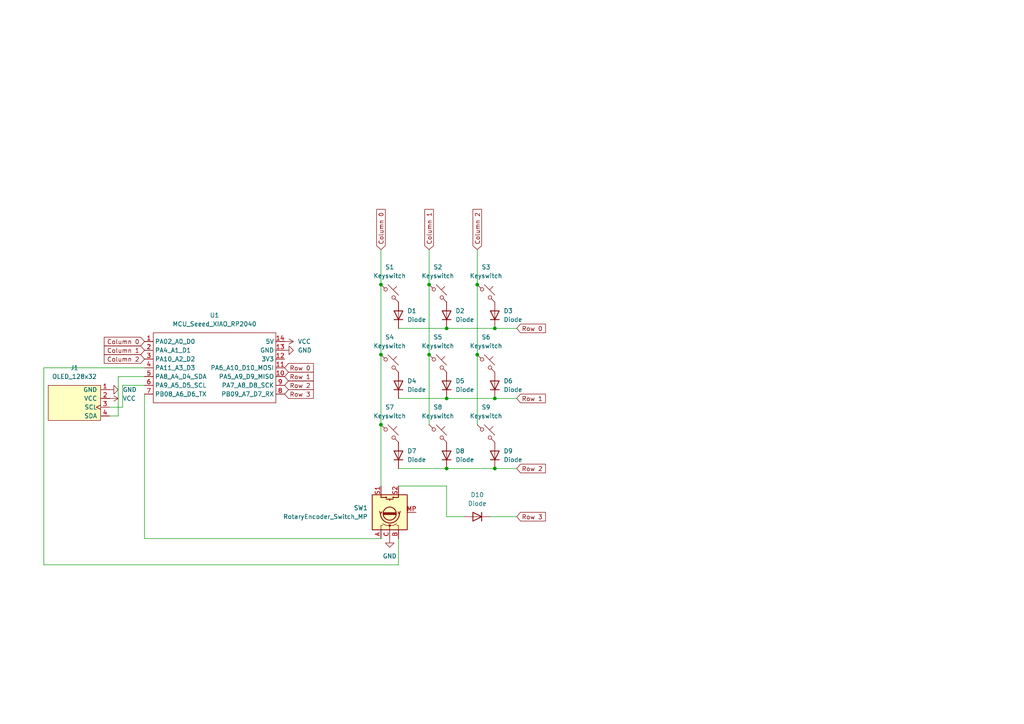
<source format=kicad_sch>
(kicad_sch (version 20250114) (generator "eeschema") (generator_version "9.0")
  (paper "A4")
  (lib_symbols
    (symbol "Device:RotaryEncoder_Switch_MP" (pin_names (offset 0.254) (hide yes))
      (property "Reference" "SW" (at 0 8.89 0))
      (property "Value" "RotaryEncoder_Switch_MP" (at 0 6.35 0))
      (symbol "RotaryEncoder_Switch_MP_0_1"
        (rectangle (start -5.08 5.08) (end 5.08 -5.08) (stroke (width 0.254)) (fill (type background)))
        (polyline (pts (xy -5.08 2.54) (xy -3.81 2.54) (xy -3.81 2.032)))
        (polyline (pts (xy -5.08 0) (xy -3.81 0) (xy -3.81 -1.016) (xy -3.302 -2.032)))
        (polyline (pts (xy -5.08 -2.54) (xy -3.81 -2.54) (xy -3.81 -2.032)))
        (polyline (pts (xy -4.318 0) (xy -3.81 0) (xy -3.81 1.016) (xy -3.302 2.032)))
        (circle (center -3.81 0) (radius 0.254) (fill (type outline)))
        (polyline (pts (xy -0.635 -1.778) (xy -0.635 1.778)) (stroke (width 0.254)))
        (circle (center -0.381 0) (radius 1.905) (stroke (width 0.254)))
        (polyline (pts (xy -0.381 -1.778) (xy -0.381 1.778)) (stroke (width 0.254)))
        (arc (start -0.381 -2.794) (mid -3.0988 -0.0635) (end -0.381 2.667) (stroke (width 0.254)))
        (polyline (pts (xy -0.127 1.778) (xy -0.127 -1.778)) (stroke (width 0.254)))
        (polyline (pts (xy 0.254 2.921) (xy -0.508 2.667) (xy 0.127 2.286)) (stroke (width 0.254)))
        (polyline (pts (xy 0.254 -3.048) (xy -0.508 -2.794) (xy 0.127 -2.413)) (stroke (width 0.254)))
        (polyline (pts (xy 3.81 1.016) (xy 3.81 -1.016)) (stroke (width 0.254)))
        (polyline (pts (xy 3.81 0) (xy 3.429 0)) (stroke (width 0.254)))
        (circle (center 4.318 1.016) (radius 0.127) (stroke (width 0.254)))
        (circle (center 4.318 -1.016) (radius 0.127) (stroke (width 0.254)))
        (polyline (pts (xy 5.08 2.54) (xy 4.318 2.54) (xy 4.318 1.016)) (stroke (width 0.254)))
        (polyline (pts (xy 5.08 -2.54) (xy 4.318 -2.54) (xy 4.318 -1.016)) (stroke (width 0.254)))
      )
      (symbol "RotaryEncoder_Switch_MP_1_1"
        (pin passive line (at -7.62 2.54 0) (length 2.54) (name "A") (number "A"))
        (pin passive line (at -7.62 0 0) (length 2.54) (name "C") (number "C"))
        (pin passive line (at -7.62 -2.54 0) (length 2.54) (name "B") (number "B"))
        (pin passive line (at 0 -7.62 90) (length 2.54) (name "MP") (number "MP"))
        (pin passive line (at 7.62 2.54 180) (length 2.54) (name "S1") (number "S1"))
        (pin passive line (at 7.62 -2.54 180) (length 2.54) (name "S2") (number "S2"))
      )
    )
    (symbol "ScottoKeebs:MCU_Seeed_XIAO_RP2040"
      (property "Reference" "U" (at -16.51 11.43 0))
      (property "Value" "MCU_Seeed_XIAO_RP2040" (at -3.81 -11.43 0))
      (symbol "MCU_Seeed_XIAO_RP2040_0_1"
        (rectangle (start -16.51 10.16) (end 19.05 -10.16))
      )
      (symbol "MCU_Seeed_XIAO_RP2040_1_1"
        (pin passive line (at -19.05 7.62 0) (length 2.54) (name "PA02_A0_D0") (number "1"))
        (pin passive line (at -19.05 5.08 0) (length 2.54) (name "PA4_A1_D1") (number "2"))
        (pin passive line (at -19.05 2.54 0) (length 2.54) (name "PA10_A2_D2") (number "3"))
        (pin passive line (at -19.05 0 0) (length 2.54) (name "PA11_A3_D3") (number "4"))
        (pin passive line (at -19.05 -2.54 0) (length 2.54) (name "PA8_A4_D4_SDA") (number "5"))
        (pin passive line (at -19.05 -5.08 0) (length 2.54) (name "PA9_A5_D5_SCL") (number "6"))
        (pin passive line (at -19.05 -7.62 0) (length 2.54) (name "PB08_A6_D6_TX") (number "7"))
        (pin passive line (at 21.59 7.62 180) (length 2.54) (name "5V") (number "14"))
        (pin passive line (at 21.59 5.08 180) (length 2.54) (name "GND") (number "13"))
        (pin passive line (at 21.59 2.54 180) (length 2.54) (name "3V3") (number "12"))
        (pin passive line (at 21.59 0 180) (length 2.54) (name "PA6_A10_D10_MOSI") (number "11"))
        (pin passive line (at 21.59 -2.54 180) (length 2.54) (name "PA5_A9_D9_MISO") (number "10"))
        (pin passive line (at 21.59 -5.08 180) (length 2.54) (name "PA7_A8_D8_SCK") (number "9"))
        (pin passive line (at 21.59 -7.62 180) (length 2.54) (name "PB09_A7_D7_RX") (number "8"))
      )
    )
    (symbol "ScottoKeebs:OLED_128x32" (pin_names (offset 1.016))
      (property "Reference" "J" (at 0 -6.35 0))
      (property "Value" "OLED_128x32" (at 0 6.35 0))
      (symbol "OLED_128x32_0_1"
        (rectangle (start 0 5.08) (end 15.24 -5.08) (fill (type background)))
      )
      (symbol "OLED_128x32_1_1"
        (pin bidirectional line (at -2.54 3.81 0) (length 2.54) (name "SDA") (number "4"))
        (pin input clock (at -2.54 1.27 0) (length 2.54) (name "SCL") (number "3"))
        (pin power_in line (at -2.54 -1.27 0) (length 2.54) (name "VCC") (number "2"))
        (pin power_in line (at -2.54 -3.81 0) (length 2.54) (name "GND") (number "1"))
      )
    )
    (symbol "ScottoKeebs:Placeholder_Diode" (pin_numbers (hide yes)) (pin_names (hide yes))
      (property "Reference" "D" (at 0 2.54 0))
      (property "Value" "Diode" (at 0 -2.54 0))
      (symbol "Placeholder_Diode_0_1"
        (polyline (pts (xy -1.27 1.27) (xy -1.27 -1.27)) (stroke (width 0.254)))
        (polyline (pts (xy 1.27 1.27) (xy 1.27 -1.27) (xy -1.27 0) (xy 1.27 1.27)) (stroke (width 0.254)))
        (polyline (pts (xy 1.27 0) (xy -1.27 0)))
      )
      (symbol "Placeholder_Diode_1_1"
        (pin passive line (at -3.81 0 0) (length 2.54) (name "K") (number "1"))
        (pin passive line (at 3.81 0 180) (length 2.54) (name "A") (number "2"))
      )
    )
    (symbol "ScottoKeebs:Placeholder_Keyswitch" (pin_numbers (hide yes)) (pin_names (offset 1.016) (hide yes))
      (property "Reference" "S" (at 3.048 1.016 0))
      (property "Value" "Keyswitch" (at 0 -3.81 0))
      (symbol "Placeholder_Keyswitch_0_1"
        (polyline (pts (xy -2.54 2.54) (xy -1.524 1.524) (xy -1.524 1.524)))
        (circle (center -1.1684 1.1684) (radius 0.508))
        (polyline (pts (xy -0.508 2.54) (xy 2.54 -0.508)))
        (polyline (pts (xy 1.016 1.016) (xy 2.032 2.032)))
        (circle (center 1.143 -1.1938) (radius 0.508))
        (polyline (pts (xy 1.524 -1.524) (xy 2.54 -2.54) (xy 2.54 -2.54) (xy 2.54 -2.54)))
        (pin passive line (at -2.54 2.54 0) (length 0) (name "1") (number "1"))
        (pin passive line (at 2.54 -2.54 180) (length 0) (name "2") (number "2"))
      )
    )
    (symbol "power:GND" (power) (pin_numbers (hide yes)) (pin_names (offset 0) (hide yes))
      (property "Value" "GND" (at 0 -3.81 0))
      (symbol "GND_0_1"
        (polyline (pts (xy 0 0) (xy 0 -1.27) (xy 1.27 -1.27) (xy 0 -2.54) (xy -1.27 -1.27) (xy 0 -1.27)))
      )
      (symbol "GND_1_1"
        (pin power_in line (at 0 0 270) (length 0) (name "~") (number "1"))
      )
    )
    (symbol "power:VCC" (power) (pin_numbers (hide yes)) (pin_names (offset 0) (hide yes))
      (property "Value" "VCC" (at 0 3.556 0))
      (symbol "VCC_0_1"
        (polyline (pts (xy -0.762 1.27) (xy 0 2.54)))
        (polyline (pts (xy 0 2.54) (xy 0.762 1.27)))
        (polyline (pts (xy 0 0) (xy 0 2.54)))
      )
      (symbol "VCC_1_1"
        (pin power_in line (at 0 0 90) (length 0) (name "~") (number "1"))
      )
    )
  )
  (junction (at 110.49 102.87))
  (junction (at 143.51 135.89))
  (junction (at 124.46 102.87))
  (junction (at 124.46 82.55))
  (junction (at 129.54 95.25))
  (junction (at 143.51 115.57))
  (junction (at 110.49 123.19))
  (junction (at 138.43 82.55))
  (junction (at 129.54 135.89))
  (junction (at 110.49 82.55))
  (junction (at 138.43 102.87))
  (junction (at 143.51 95.25))
  (junction (at 129.54 115.57))
  (wire (pts (xy 149.86 115.57) (xy 143.51 115.57)))
  (wire (pts (xy 124.46 72.39) (xy 124.46 82.55)))
  (wire (pts (xy 115.57 135.89) (xy 129.54 135.89)))
  (wire (pts (xy 110.49 123.19) (xy 110.49 140.97)))
  (wire (pts (xy 129.54 140.97) (xy 129.54 149.86)))
  (wire (pts (xy 31.75 118.11) (xy 35.56 118.11)))
  (wire (pts (xy 138.43 102.87) (xy 138.43 123.19)))
  (wire (pts (xy 129.54 135.89) (xy 143.51 135.89)))
  (wire (pts (xy 124.46 102.87) (xy 124.46 123.19)))
  (wire (pts (xy 110.49 156.21) (xy 41.91 156.21)))
  (wire (pts (xy 129.54 115.57) (xy 143.51 115.57)))
  (wire (pts (xy 35.56 118.11) (xy 35.56 111.76)))
  (wire (pts (xy 110.49 72.39) (xy 110.49 82.55)))
  (wire (pts (xy 149.86 135.89) (xy 143.51 135.89)))
  (wire (pts (xy 35.56 111.76) (xy 41.91 111.76)))
  (wire (pts (xy 115.57 140.97) (xy 129.54 140.97)))
  (wire (pts (xy 129.54 95.25) (xy 143.51 95.25)))
  (wire (pts (xy 34.29 109.22) (xy 41.91 109.22)))
  (wire (pts (xy 34.29 120.65) (xy 34.29 109.22)))
  (wire (pts (xy 110.49 82.55) (xy 110.49 102.87)))
  (wire (pts (xy 149.86 95.25) (xy 143.51 95.25)))
  (wire (pts (xy 115.57 156.21) (xy 115.57 163.83)))
  (wire (pts (xy 124.46 82.55) (xy 124.46 102.87)))
  (wire (pts (xy 115.57 163.83) (xy 12.7 163.83)))
  (wire (pts (xy 41.91 156.21) (xy 41.91 114.3)))
  (wire (pts (xy 31.75 120.65) (xy 34.29 120.65)))
  (wire (pts (xy 115.57 115.57) (xy 129.54 115.57)))
  (wire (pts (xy 138.43 82.55) (xy 138.43 102.87)))
  (wire (pts (xy 110.49 102.87) (xy 110.49 123.19)))
  (wire (pts (xy 12.7 163.83) (xy 12.7 106.68)))
  (wire (pts (xy 12.7 106.68) (xy 41.91 106.68)))
  (wire (pts (xy 142.24 149.86) (xy 149.86 149.86)))
  (wire (pts (xy 115.57 95.25) (xy 129.54 95.25)))
  (wire (pts (xy 129.54 149.86) (xy 134.62 149.86)))
  (wire (pts (xy 138.43 72.39) (xy 138.43 82.55)))
  (global_label "Column 0" (shape input) (at 41.91 99.06 180) (property "Intersheetrefs" "${INTERSHEET_REFS}" (effects (hide yes))))
  (global_label "Column 1" (shape input) (at 41.91 101.6 180) (property "Intersheetrefs" "${INTERSHEET_REFS}" (effects (hide yes))))
  (global_label "Column 0" (shape input) (at 110.49 72.39 90) (property "Intersheetrefs" "${INTERSHEET_REFS}" (effects (hide yes))))
  (global_label "Row 0" (shape input) (at 149.86 95.25 0) (property "Intersheetrefs" "${INTERSHEET_REFS}" (effects (hide yes))))
  (global_label "Row 2" (shape input) (at 149.86 135.89 0) (property "Intersheetrefs" "${INTERSHEET_REFS}" (effects (hide yes))))
  (global_label "Row 2" (shape input) (at 82.55 111.76 0) (property "Intersheetrefs" "${INTERSHEET_REFS}" (effects (hide yes))))
  (global_label "Column 2" (shape input) (at 41.91 104.14 180) (property "Intersheetrefs" "${INTERSHEET_REFS}" (effects (hide yes))))
  (global_label "Row 1" (shape input) (at 149.86 115.57 0) (property "Intersheetrefs" "${INTERSHEET_REFS}" (effects (hide yes))))
  (global_label "Row 1" (shape input) (at 82.55 109.22 0) (property "Intersheetrefs" "${INTERSHEET_REFS}" (effects (hide yes))))
  (global_label "Row 0" (shape input) (at 82.55 106.68 0) (property "Intersheetrefs" "${INTERSHEET_REFS}" (effects (hide yes))))
  (global_label "Row 3" (shape input) (at 149.86 149.86 0) (property "Intersheetrefs" "${INTERSHEET_REFS}" (effects (hide yes))))
  (global_label "Column 2" (shape input) (at 138.43 72.39 90) (property "Intersheetrefs" "${INTERSHEET_REFS}" (effects (hide yes))))
  (global_label "Column 1" (shape input) (at 124.46 72.39 90) (property "Intersheetrefs" "${INTERSHEET_REFS}" (effects (hide yes))))
  (global_label "Row 3" (shape input) (at 82.55 114.3 0) (property "Intersheetrefs" "${INTERSHEET_REFS}" (effects (hide yes))))
  (symbol (lib_id "ScottoKeebs:Placeholder_Diode") (at 143.51 111.76 90) (unit 1)
    (property "Reference" "D6" (at 146.05 110.4899 90) (effects (justify right)))
    (property "Value" "Diode" (at 146.05 113.0299 90) (effects (justify right)))
    (property "Footprint" "ScottoKeebs_Components:Diode_DO-35" (effects (hide yes)))
    (property "Description" "1N4148 (DO-35) or 1N4148W (SOD-123)" (effects (hide yes)))
    (property "Sim.Device" "D" (effects (hide yes)))
    (property "Sim.Pins" "1=K 2=A" (effects (hide yes)))
  )
  (symbol (lib_id "ScottoKeebs:Placeholder_Diode") (at 115.57 91.44 90) (unit 1)
    (property "Reference" "D1" (at 118.11 90.1699 90) (effects (justify right)))
    (property "Value" "Diode" (at 118.11 92.7099 90) (effects (justify right)))
    (property "Footprint" "ScottoKeebs_Components:Diode_DO-35" (effects (hide yes)))
    (property "Description" "1N4148 (DO-35) or 1N4148W (SOD-123)" (effects (hide yes)))
    (property "Sim.Device" "D" (effects (hide yes)))
    (property "Sim.Pins" "1=K 2=A" (effects (hide yes)))
  )
  (symbol (lib_id "ScottoKeebs:Placeholder_Keyswitch") (at 113.03 105.41 0) (unit 1)
    (property "Reference" "S4" (at 113.03 97.79 0))
    (property "Value" "Keyswitch" (at 113.03 100.33 0))
    (property "Footprint" "ScottoKeebs_MX:MX_PCB_1.00u" (effects (hide yes)))
    (property "Description" "Push button switch, normally open, two pins, 45° tilted" (effects (hide yes)))
  )
  (symbol (lib_id "ScottoKeebs:Placeholder_Keyswitch") (at 140.97 85.09 0) (unit 1)
    (property "Reference" "S3" (at 140.97 77.47 0))
    (property "Value" "Keyswitch" (at 140.97 80.01 0))
    (property "Footprint" "ScottoKeebs_MX:MX_PCB_1.00u" (effects (hide yes)))
    (property "Description" "Push button switch, normally open, two pins, 45° tilted" (effects (hide yes)))
  )
  (symbol (lib_id "Device:RotaryEncoder_Switch_MP") (at 113.03 148.59 90) (unit 1)
    (property "Reference" "SW1" (at 106.68 147.3199 90) (effects (justify left)))
    (property "Value" "RotaryEncoder_Switch_MP" (at 106.68 149.8599 90) (effects (justify left)))
    (property "Footprint" "Rotary_Encoder:RotaryEncoder_Alps_EC11E-Switch_Vertical_H20mm_MountingHoles" (effects (hide yes)))
    (property "Description" "Rotary encoder, dual channel, incremental quadrate outputs, with switch and MP Pin" (effects (hide yes)))
  )
  (symbol (lib_id "ScottoKeebs:Placeholder_Diode") (at 129.54 111.76 90) (unit 1)
    (property "Reference" "D5" (at 132.08 110.4899 90) (effects (justify right)))
    (property "Value" "Diode" (at 132.08 113.0299 90) (effects (justify right)))
    (property "Footprint" "ScottoKeebs_Components:Diode_DO-35" (effects (hide yes)))
    (property "Description" "1N4148 (DO-35) or 1N4148W (SOD-123)" (effects (hide yes)))
    (property "Sim.Device" "D" (effects (hide yes)))
    (property "Sim.Pins" "1=K 2=A" (effects (hide yes)))
  )
  (symbol (lib_id "ScottoKeebs:Placeholder_Diode") (at 143.51 91.44 90) (unit 1)
    (property "Reference" "D3" (at 146.05 90.1699 90) (effects (justify right)))
    (property "Value" "Diode" (at 146.05 92.7099 90) (effects (justify right)))
    (property "Footprint" "ScottoKeebs_Components:Diode_DO-35" (effects (hide yes)))
    (property "Description" "1N4148 (DO-35) or 1N4148W (SOD-123)" (effects (hide yes)))
    (property "Sim.Device" "D" (effects (hide yes)))
    (property "Sim.Pins" "1=K 2=A" (effects (hide yes)))
  )
  (symbol (lib_id "ScottoKeebs:Placeholder_Diode") (at 129.54 91.44 90) (unit 1)
    (property "Reference" "D2" (at 132.08 90.1699 90) (effects (justify right)))
    (property "Value" "Diode" (at 132.08 92.7099 90) (effects (justify right)))
    (property "Footprint" "ScottoKeebs_Components:Diode_DO-35" (effects (hide yes)))
    (property "Description" "1N4148 (DO-35) or 1N4148W (SOD-123)" (effects (hide yes)))
    (property "Sim.Device" "D" (effects (hide yes)))
    (property "Sim.Pins" "1=K 2=A" (effects (hide yes)))
  )
  (symbol (lib_id "ScottoKeebs:Placeholder_Keyswitch") (at 127 85.09 0) (unit 1)
    (property "Reference" "S2" (at 127 77.47 0))
    (property "Value" "Keyswitch" (at 127 80.01 0))
    (property "Footprint" "ScottoKeebs_MX:MX_PCB_1.00u" (effects (hide yes)))
    (property "Description" "Push button switch, normally open, two pins, 45° tilted" (effects (hide yes)))
  )
  (symbol (lib_id "ScottoKeebs:Placeholder_Keyswitch") (at 127 105.41 0) (unit 1)
    (property "Reference" "S5" (at 127 97.79 0))
    (property "Value" "Keyswitch" (at 127 100.33 0))
    (property "Footprint" "ScottoKeebs_MX:MX_PCB_1.00u" (effects (hide yes)))
    (property "Description" "Push button switch, normally open, two pins, 45° tilted" (effects (hide yes)))
  )
  (symbol (lib_id "ScottoKeebs:MCU_Seeed_XIAO_RP2040") (at 60.96 106.68 0) (unit 1)
    (property "Reference" "U1" (at 62.23 91.44 0))
    (property "Value" "MCU_Seeed_XIAO_RP2040" (at 62.23 93.98 0))
    (property "Footprint" "ScottoKeebs_MCU:Seeed_XIAO_RP2040" (effects (hide yes)))
  )
  (symbol (lib_id "ScottoKeebs:Placeholder_Keyswitch") (at 113.03 85.09 0) (unit 1)
    (property "Reference" "S1" (at 113.03 77.47 0))
    (property "Value" "Keyswitch" (at 113.03 80.01 0))
    (property "Footprint" "ScottoKeebs_MX:MX_PCB_1.00u" (effects (hide yes)))
    (property "Description" "Push button switch, normally open, two pins, 45° tilted" (effects (hide yes)))
  )
  (symbol (lib_id "ScottoKeebs:Placeholder_Keyswitch") (at 140.97 105.41 0) (unit 1)
    (property "Reference" "S6" (at 140.97 97.79 0))
    (property "Value" "Keyswitch" (at 140.97 100.33 0))
    (property "Footprint" "ScottoKeebs_MX:MX_PCB_1.00u" (effects (hide yes)))
    (property "Description" "Push button switch, normally open, two pins, 45° tilted" (effects (hide yes)))
  )
  (symbol (lib_id "ScottoKeebs:Placeholder_Keyswitch") (at 127 125.73 0) (unit 1)
    (property "Reference" "S8" (at 127 118.11 0))
    (property "Value" "Keyswitch" (at 127 120.65 0))
    (property "Footprint" "ScottoKeebs_MX:MX_PCB_1.00u" (effects (hide yes)))
    (property "Description" "Push button switch, normally open, two pins, 45° tilted" (effects (hide yes)))
  )
  (symbol (lib_id "ScottoKeebs:OLED_128x32") (at 29.21 116.84 180) (unit 1)
    (property "Reference" "J1" (at 21.59 106.68 0))
    (property "Value" "OLED_128x32" (at 21.59 109.22 0))
    (property "Footprint" "ScottoKeebs_Components:OLED_128x32" (effects (hide yes)))
  )
  (symbol (lib_id "power:GND") (at 31.75 113.03 90) (unit 1)
    (property "Reference" "#PWR03" (effects (hide yes)))
    (property "Value" "GND" (at 35.56 113.0299 90) (effects (justify right)))
    (property "Description" "Power symbol creates a global label with name \"GND\" , ground" (effects (hide yes)))
  )
  (symbol (lib_id "power:GND") (at 82.55 101.6 90) (unit 1)
    (property "Reference" "#PWR04" (effects (hide yes)))
    (property "Value" "GND" (at 86.36 101.5999 90) (effects (justify right)))
    (property "Description" "Power symbol creates a global label with name \"GND\" , ground" (effects (hide yes)))
  )
  (symbol (lib_id "ScottoKeebs:Placeholder_Diode") (at 115.57 111.76 90) (unit 1)
    (property "Reference" "D4" (at 118.11 110.4899 90) (effects (justify right)))
    (property "Value" "Diode" (at 118.11 113.0299 90) (effects (justify right)))
    (property "Footprint" "ScottoKeebs_Components:Diode_DO-35" (effects (hide yes)))
    (property "Description" "1N4148 (DO-35) or 1N4148W (SOD-123)" (effects (hide yes)))
    (property "Sim.Device" "D" (effects (hide yes)))
    (property "Sim.Pins" "1=K 2=A" (effects (hide yes)))
  )
  (symbol (lib_id "power:GND") (at 113.03 156.21 0) (unit 1)
    (property "Reference" "#PWR05" (effects (hide yes)))
    (property "Value" "GND" (at 113.03 161.29 0))
    (property "Description" "Power symbol creates a global label with name \"GND\" , ground" (effects (hide yes)))
  )
  (symbol (lib_id "ScottoKeebs:Placeholder_Keyswitch") (at 113.03 125.73 0) (unit 1)
    (property "Reference" "S7" (at 113.03 118.11 0))
    (property "Value" "Keyswitch" (at 113.03 120.65 0))
    (property "Footprint" "ScottoKeebs_MX:MX_PCB_1.00u" (effects (hide yes)))
    (property "Description" "Push button switch, normally open, two pins, 45° tilted" (effects (hide yes)))
  )
  (symbol (lib_id "power:VCC") (at 82.55 99.06 270) (unit 1)
    (property "Reference" "#PWR02" (effects (hide yes)))
    (property "Value" "VCC" (at 86.36 99.0599 90) (effects (justify left)))
    (property "Description" "Power symbol creates a global label with name \"VCC\"" (effects (hide yes)))
  )
  (symbol (lib_id "ScottoKeebs:Placeholder_Diode") (at 129.54 132.08 90) (unit 1)
    (property "Reference" "D8" (at 132.08 130.8099 90) (effects (justify right)))
    (property "Value" "Diode" (at 132.08 133.3499 90) (effects (justify right)))
    (property "Footprint" "ScottoKeebs_Components:Diode_DO-35" (effects (hide yes)))
    (property "Description" "1N4148 (DO-35) or 1N4148W (SOD-123)" (effects (hide yes)))
    (property "Sim.Device" "D" (effects (hide yes)))
    (property "Sim.Pins" "1=K 2=A" (effects (hide yes)))
  )
  (symbol (lib_id "ScottoKeebs:Placeholder_Diode") (at 138.43 149.86 180) (unit 1)
    (property "Reference" "D10" (at 138.43 143.51 0))
    (property "Value" "Diode" (at 138.43 146.05 0))
    (property "Footprint" "ScottoKeebs_Components:Diode_DO-35" (effects (hide yes)))
    (property "Description" "1N4148 (DO-35) or 1N4148W (SOD-123)" (effects (hide yes)))
    (property "Sim.Device" "D" (effects (hide yes)))
    (property "Sim.Pins" "1=K 2=A" (effects (hide yes)))
  )
  (symbol (lib_id "ScottoKeebs:Placeholder_Diode") (at 143.51 132.08 90) (unit 1)
    (property "Reference" "D9" (at 146.05 130.8099 90) (effects (justify right)))
    (property "Value" "Diode" (at 146.05 133.3499 90) (effects (justify right)))
    (property "Footprint" "ScottoKeebs_Components:Diode_DO-35" (effects (hide yes)))
    (property "Description" "1N4148 (DO-35) or 1N4148W (SOD-123)" (effects (hide yes)))
    (property "Sim.Device" "D" (effects (hide yes)))
    (property "Sim.Pins" "1=K 2=A" (effects (hide yes)))
  )
  (symbol (lib_id "power:VCC") (at 31.75 115.57 270) (unit 1)
    (property "Reference" "#PWR01" (effects (hide yes)))
    (property "Value" "VCC" (at 35.56 115.5699 90) (effects (justify left)))
    (property "Description" "Power symbol creates a global label with name \"VCC\"" (effects (hide yes)))
  )
  (symbol (lib_id "ScottoKeebs:Placeholder_Keyswitch") (at 140.97 125.73 0) (unit 1)
    (property "Reference" "S9" (at 140.97 118.11 0))
    (property "Value" "Keyswitch" (at 140.97 120.65 0))
    (property "Footprint" "ScottoKeebs_MX:MX_PCB_1.00u" (effects (hide yes)))
    (property "Description" "Push button switch, normally open, two pins, 45° tilted" (effects (hide yes)))
  )
  (symbol (lib_id "ScottoKeebs:Placeholder_Diode") (at 115.57 132.08 90) (unit 1)
    (property "Reference" "D7" (at 118.11 130.8099 90) (effects (justify right)))
    (property "Value" "Diode" (at 118.11 133.3499 90) (effects (justify right)))
    (property "Footprint" "ScottoKeebs_Components:Diode_DO-35" (effects (hide yes)))
    (property "Description" "1N4148 (DO-35) or 1N4148W (SOD-123)" (effects (hide yes)))
    (property "Sim.Device" "D" (effects (hide yes)))
    (property "Sim.Pins" "1=K 2=A" (effects (hide yes)))
  )
)
</source>
